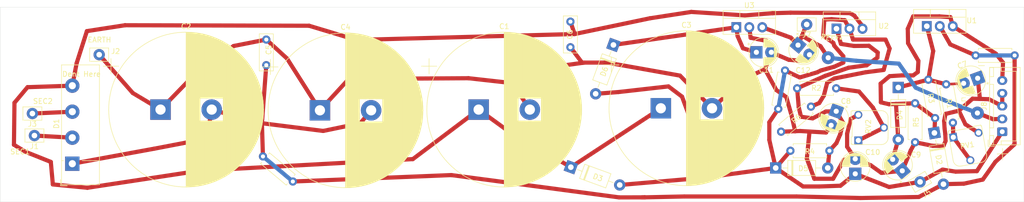
<source format=kicad_pcb>
(kicad_pcb (version 20171130) (host pcbnew "(5.1.2-1)-1")
  (layers (0 F.Cu signal) (31 B.Cu signal) (34 B.Paste user) (35 F.Paste user) (36 B.SilkS user) (37 F.SilkS user) (38 B.Mask user) (39 F.Mask user) (44 Edge.Cuts user))
  (net 0 "")
  (net 1 Earth)
  (net 2 "Net-(C1-Pad1)")
  (net 3 "Net-(C2-Pad2)")
  (net 4 "Net-(C7-Pad2)")
  (net 5 "Net-(C8-Pad1)")
  (net 6 /SEC1)
  (net 7 "Net-(D1-Pad3)")
  (net 8 "Net-(R1-Pad2)")
  (net 9 "Net-(R2-Pad2)")
  (net 10 +5V)
  (net 11 "Net-(C11-Pad1)")
  (net 12 -12V)
  (net 13 +12V)
  (module Connector_Wire:SolderWirePad_1x01_Drill1mm (layer F.Cu) (at 206.9 36.65)
    (fp_text reference REF** hide)
    (fp_text value SolderWirePad_1x01_Drill1mm)
    (pad 1 thru_hole circle (at 0 0) (size 2.49936 2.49936) (drill 1.00076) (layers *.Cu *.Mask) (net 10 +5V))
  )
  (module Connector_Wire:SolderWirePad_1x01_Drill1mm (layer F.Cu) (at 177.75 25.85 350)
    (fp_text reference REF** (at 0 -3.81 170) (layer F.SilkS))
    (fp_text value SolderWirePad_1x01_Drill1mm)
    (pad 1 thru_hole circle (at 0 0 350) (size 2.49936 2.49936) (drill 1.00076) (layers *.Cu *.Mask) (net 10 +5V))
  )
  (module Resistor_THT:R_Axial_DIN0207_L6.3mm_D2.5mm_P7.62mm_Horizontal (layer F.Cu) (at 206.55 25.4)
    (fp_text reference REF** hide)
    (fp_text value R_Axial_DIN0207_L6.3mm_D2.5mm_P7.62mm_Horizontal)
    (pad 2 thru_hole oval (at 7.62 0) (size 1.6 1.6) (drill 0.8) (layers *.Cu *.Mask) (net 3 "Net-(C2-Pad2)"))
    (pad 1 thru_hole circle (at 0 0) (size 1.6 1.6) (drill 0.8) (layers *.Cu *.Mask) (net 3 "Net-(C2-Pad2)"))
  )
  (module Connector_JST:JST_XH_B5B-XH-A_1x05_P2.50mm_Vertical (layer F.Cu) (at 211.75 40.3 90)
    (fp_text reference J8 (at 5 -3.55 90) (layer F.SilkS))
    (fp_text value Conn_01x05_Male)
    (pad 5 thru_hole oval (at 10 0 90) (size 1.7 1.95) (drill 0.95) (layers *.Cu *.Mask) (net 12 -12V))
    (pad 4 thru_hole oval (at 7.5 0 90) (size 1.7 1.95) (drill 0.95) (layers *.Cu *.Mask) (net 1 Earth))
    (pad 3 thru_hole oval (at 5 0 90) (size 1.7 1.95) (drill 0.95) (layers *.Cu *.Mask) (net 1 Earth))
    (pad 2 thru_hole oval (at 2.5 0 90) (size 1.7 1.95) (drill 0.95) (layers *.Cu *.Mask) (net 10 +5V))
    (pad 1 thru_hole roundrect (at 0 0 90) (size 1.7 1.95) (drill 0.95) (layers *.Cu *.Mask) (roundrect_rratio 0.147059) (net 13 +12V))
  )
  (module Capacitor_THT:CP_Radial_D5.0mm_P2.0mm_Bigger_Holes (layer F.Cu) (at 205 29.7 200)
    (fp_text reference C7 (at 0.1524 2.6416 20) (layer F.SilkS))
    (fp_text value 10uF)
    (pad 2 thru_hole circle (at 1.143 -0.8128 200) (size 2.4 2.4) (drill 1) (layers *.Cu *.Mask) (net 4 "Net-(C7-Pad2)"))
    (pad 1 thru_hole rect (at -1.778 -0.8128 200) (size 2.4 2.4) (drill 1) (layers *.Cu *.Mask) (net 1 Earth))
  )
  (module Capacitor_THT:CP_Radial_D5.0mm_P2.0mm_Bigger_Holes (layer F.Cu) (at 165.5 25.6)
    (fp_text reference C11 (at 0.1524 2.6416) (layer F.SilkS))
    (fp_text value 220u)
    (pad 2 thru_hole circle (at 1.143 -0.8128) (size 2.4 2.4) (drill 1) (layers *.Cu *.Mask) (net 1 Earth))
    (pad 1 thru_hole rect (at -1.778 -0.8128) (size 2.4 2.4) (drill 1) (layers *.Cu *.Mask) (net 11 "Net-(C11-Pad1)"))
  )
  (module Connector_Pin:Pin_D1.1mm_L10.2mm_W3.5mm_Flat (layer F.Cu) (at 173.55 19.35)
    (fp_text reference J7 (at 0 2.05) (layer F.SilkS))
    (fp_text value 5V_Conn)
    (pad 1 thru_hole circle (at 0 0) (size 2.2 2.2) (drill 1.1) (layers *.Cu *.Mask) (net 10 +5V))
  )
  (module Package_TO_SOT_THT:TO-220-3_Vertical (layer F.Cu) (at 159.8 19.9)
    (fp_text reference U3 (at 2.54 -4.27) (layer F.SilkS))
    (fp_text value LM7805_TO220)
    (pad 3 thru_hole oval (at 5.08 0) (size 1.905 2) (drill 1.1) (layers *.Cu *.Mask) (net 10 +5V))
    (pad 2 thru_hole oval (at 2.54 0) (size 1.905 2) (drill 1.1) (layers *.Cu *.Mask) (net 1 Earth))
    (pad 1 thru_hole rect (at 0 0) (size 1.905 2) (drill 1.1) (layers *.Cu *.Mask) (net 11 "Net-(C11-Pad1)"))
  )
  (module Diode_THT:D_DO-41_SOD81_P10.16mm_Horizontal (layer F.Cu) (at 135.8 23.35 250)
    (fp_text reference D6 (at 5.502038 -0.087058 70) (layer F.SilkS))
    (fp_text value 1N4002)
    (pad 2 thru_hole oval (at 10.16 0 250) (size 2.2 2.2) (drill 1.1) (layers *.Cu *.Mask) (net 13 +12V))
    (pad 1 thru_hole rect (at 0 0 250) (size 2.2 2.2) (drill 1.1) (layers *.Cu *.Mask) (net 11 "Net-(C11-Pad1)"))
  )
  (module Capacitor_THT:CP_Radial_D5.0mm_P2.0mm_Bigger_Holes (layer F.Cu) (at 172.7 25.15 320)
    (fp_text reference C12 (at 2.139688 2.316622 180) (layer F.SilkS))
    (fp_text value 1u)
    (pad 2 thru_hole circle (at 1.143 -0.8128 320) (size 2.4 2.4) (drill 1) (layers *.Cu *.Mask) (net 1 Earth))
    (pad 1 thru_hole rect (at -1.778 -0.8128 320) (size 2.4 2.4) (drill 1) (layers *.Cu *.Mask) (net 10 +5V))
  )
  (module Capacitor_THT:CP_Radial_D5.0mm_P2.0mm_Bigger_Holes (layer F.Cu) (at 183.85 46.75 90)
    (fp_text reference C10 (at 2.45 2.6 180) (layer F.SilkS))
    (fp_text value 1uF)
    (pad 2 thru_hole circle (at 1.143 -0.8128 90) (size 2.4 2.4) (drill 1) (layers *.Cu *.Mask) (net 1 Earth))
    (pad 1 thru_hole rect (at -1.778 -0.8128 90) (size 2.4 2.4) (drill 1) (layers *.Cu *.Mask) (net 13 +12V))
  )
  (module Capacitor_THT:CP_Radial_D5.0mm_P2.0mm_Bigger_Holes (layer F.Cu) (at 191.7 46.05 130)
    (fp_text reference C9 (at -1.099365 3.254827 180) (layer F.SilkS))
    (fp_text value 1uF)
    (pad 2 thru_hole circle (at 1.143 -0.8128 130) (size 2.4 2.4) (drill 1) (layers *.Cu *.Mask) (net 12 -12V))
    (pad 1 thru_hole rect (at -1.778 -0.8128 130) (size 2.4 2.4) (drill 1) (layers *.Cu *.Mask) (net 1 Earth))
  )
  (module Capacitor_THT:CP_Radial_D5.0mm_P2.0mm_Bigger_Holes (layer F.Cu) (at 177.95 37.7 250)
    (fp_text reference C8 (at -4.259536 -1.908234 180) (layer F.SilkS))
    (fp_text value 10uF)
    (pad 2 thru_hole circle (at 1.143 -0.8128 250) (size 2.4 2.4) (drill 1) (layers *.Cu *.Mask) (net 1 Earth))
    (pad 1 thru_hole rect (at -1.778 -0.8128 250) (size 2.4 2.4) (drill 1) (layers *.Cu *.Mask) (net 5 "Net-(C8-Pad1)"))
  )
  (module MountingHole:MountingHole_3.5mm (layer F.Cu) (at 20 20)
    (fp_text reference REF** hide)
    (fp_text value MountingHole_3.5mm)
    (pad 1 np_thru_hole circle (at 0 0) (size 3.5 3.5) (drill 3.5) (layers *.Cu *.Mask))
  )
  (module MountingHole:MountingHole_3.5mm (layer F.Cu) (at 20 50)
    (fp_text reference REF** hide)
    (fp_text value MountingHole_3.5mm)
    (pad 1 np_thru_hole circle (at 0 0) (size 3.5 3.5) (drill 3.5) (layers *.Cu *.Mask))
  )
  (module MountingHole:MountingHole_3.5mm (layer F.Cu) (at 212 50)
    (fp_text reference REF** hide)
    (fp_text value MountingHole_3.5mm)
    (pad 1 np_thru_hole circle (at 0 0) (size 3.5 3.5) (drill 3.5) (layers *.Cu *.Mask))
  )
  (module MountingHole:MountingHole_3.5mm (layer F.Cu) (at 212 20)
    (fp_text reference REF** hide)
    (fp_text value MountingHole_3.5mm)
    (pad 1 np_thru_hole circle (at 0 0) (size 3.5 3.5) (drill 3.5) (layers *.Cu *.Mask))
  )
  (module Capacitor_THT:C_Rect_L7.0mm_W2.5mm_P5.00mm (layer F.Cu) (at 127.4 18.8 270)
    (fp_text reference C6 (at 2.49 0.1 90) (layer F.SilkS))
    (fp_text value 0.1uF)
    (pad 2 thru_hole circle (at 5 0 270) (size 1.6 1.6) (drill 0.8) (layers *.Cu *.Mask) (net 1 Earth))
    (pad 1 thru_hole circle (at 0 0 270) (size 1.6 1.6) (drill 0.8) (layers *.Cu *.Mask) (net 2 "Net-(C1-Pad1)"))
  )
  (module Capacitor_THT:C_Rect_L7.0mm_W2.5mm_P5.00mm (layer F.Cu) (at 67.99 22.3 270)
    (fp_text reference C5 (at 2.01 -0.48 90) (layer F.SilkS))
    (fp_text value 0.1uF)
    (pad 2 thru_hole circle (at 5 0 270) (size 1.6 1.6) (drill 0.8) (layers *.Cu *.Mask) (net 3 "Net-(C2-Pad2)"))
    (pad 1 thru_hole circle (at 0 0 270) (size 1.6 1.6) (drill 0.8) (layers *.Cu *.Mask) (net 1 Earth))
  )
  (module Resistor_THT:R_Axial_DIN0207_L6.3mm_D2.5mm_P7.62mm_Horizontal (layer F.Cu) (at 168 35.85 80)
    (fp_text reference REF** hide)
    (fp_text value BRIDGE)
    (pad 2 thru_hole oval (at 7.62 0 80) (size 1.6 1.6) (drill 0.8) (layers *.Cu *.Mask) (net 13 +12V))
    (pad 1 thru_hole circle (at 0 0 80) (size 1.6 1.6) (drill 0.8) (layers *.Cu *.Mask) (net 13 +12V))
  )
  (module Resistor_THT:R_Axial_DIN0207_L6.3mm_D2.5mm_P7.62mm_Horizontal (layer F.Cu) (at 67.34 45.13 320)
    (fp_text reference REF** hide)
    (fp_text value R_Axial_DIN0207_L6.3mm_D2.5mm_P7.62mm_Horizontal)
    (pad 2 thru_hole oval (at 7.620001 0 320) (size 1.6 1.6) (drill 0.8) (layers *.Cu *.Mask) (net 3 "Net-(C2-Pad2)"))
    (pad 1 thru_hole circle (at 0 0 320) (size 1.6 1.6) (drill 0.8) (layers *.Cu *.Mask) (net 3 "Net-(C2-Pad2)"))
  )
  (module Package_TO_SOT_THT:TO-220-3_Vertical (layer F.Cu) (at 179.37 20.18)
    (fp_text reference U2 (at 9.22 -0.52) (layer F.SilkS))
    (fp_text value LM317_3PinPackage)
    (pad 3 thru_hole oval (at 5.08 0) (size 1.905 2) (drill 1.1) (layers *.Cu *.Mask) (net 2 "Net-(C1-Pad1)"))
    (pad 2 thru_hole oval (at 2.54 0) (size 1.905 2) (drill 1.1) (layers *.Cu *.Mask) (net 13 +12V))
    (pad 1 thru_hole rect (at 0 0) (size 1.905 2) (drill 1.1) (layers *.Cu *.Mask) (net 5 "Net-(C8-Pad1)"))
  )
  (module Package_TO_SOT_THT:TO-220-3_Vertical (layer F.Cu) (at 197.01 19.69)
    (fp_text reference U1 (at 8.77 -1.11) (layer F.SilkS))
    (fp_text value LM337_TO220)
    (pad 3 thru_hole oval (at 5.08 0) (size 1.905 2) (drill 1.1) (layers *.Cu *.Mask) (net 12 -12V))
    (pad 2 thru_hole oval (at 2.54 0) (size 1.905 2) (drill 1.1) (layers *.Cu *.Mask) (net 3 "Net-(C2-Pad2)"))
    (pad 1 thru_hole rect (at 0 0) (size 1.905 2) (drill 1.1) (layers *.Cu *.Mask) (net 4 "Net-(C7-Pad2)"))
  )
  (module Potentiometer_THT:Potentiometer_Runtron_RM-065_Vertical (layer F.Cu) (at 183.64 42 90)
    (fp_text reference RV2 (at 2.71 1.96 90) (layer F.SilkS))
    (fp_text value 2k)
    (pad 2 thru_hole circle (at 2.5 5 90) (size 1.55 1.55) (drill 1) (layers *.Cu *.Mask) (net 9 "Net-(R2-Pad2)"))
    (pad 1 thru_hole rect (at 0 0 90) (size 1.55 1.55) (drill 1) (layers *.Cu *.Mask) (net 9 "Net-(R2-Pad2)"))
    (pad 3 thru_hole circle (at 5 0 90) (size 1.55 1.55) (drill 1) (layers *.Cu *.Mask) (net 1 Earth))
  )
  (module Potentiometer_THT:Potentiometer_Runtron_RM-065_Vertical (layer F.Cu) (at 202.19 41.38 10)
    (fp_text reference RV1 (at 2.422273 2.04164 10) (layer F.SilkS))
    (fp_text value 2k)
    (pad 2 thru_hole circle (at 2.5 5 10) (size 1.55 1.55) (drill 1) (layers *.Cu *.Mask) (net 8 "Net-(R1-Pad2)"))
    (pad 1 thru_hole rect (at 0 0 10) (size 1.55 1.55) (drill 1) (layers *.Cu *.Mask) (net 8 "Net-(R1-Pad2)"))
    (pad 3 thru_hole circle (at 5 0 10) (size 1.55 1.55) (drill 1) (layers *.Cu *.Mask) (net 1 Earth))
  )
  (module Resistor_THT:R_Axial_DIN0207_L6.3mm_D2.5mm_P7.62mm_Horizontal (layer F.Cu) (at 174.39 35.4 220)
    (fp_text reference R6 (at 3.728382 0.021615 40) (layer F.SilkS))
    (fp_text value 4.7k)
    (pad 2 thru_hole oval (at 7.62 0 220) (size 1.6 1.6) (drill 0.8) (layers *.Cu *.Mask) (net 1 Earth))
    (pad 1 thru_hole circle (at 0 0 220) (size 1.6 1.6) (drill 0.8) (layers *.Cu *.Mask) (net 13 +12V))
  )
  (module Resistor_THT:R_Axial_DIN0207_L6.3mm_D2.5mm_P7.62mm_Horizontal (layer F.Cu) (at 194.73 34.74 270)
    (fp_text reference R5 (at 3.71 -0.19 90) (layer F.SilkS))
    (fp_text value 4.7k)
    (pad 2 thru_hole oval (at 7.62 0 270) (size 1.6 1.6) (drill 0.8) (layers *.Cu *.Mask) (net 1 Earth))
    (pad 1 thru_hole circle (at 0 0 270) (size 1.6 1.6) (drill 0.8) (layers *.Cu *.Mask) (net 12 -12V))
  )
  (module Resistor_THT:R_Axial_DIN0207_L6.3mm_D2.5mm_P7.62mm_Horizontal (layer F.Cu) (at 170.37 44.02)
    (fp_text reference R4 (at 3.8 0.15) (layer F.SilkS))
    (fp_text value 240)
    (pad 2 thru_hole oval (at 7.62 0) (size 1.6 1.6) (drill 0.8) (layers *.Cu *.Mask) (net 5 "Net-(C8-Pad1)"))
    (pad 1 thru_hole circle (at 0 0) (size 1.6 1.6) (drill 0.8) (layers *.Cu *.Mask) (net 13 +12V))
  )
  (module Resistor_THT:R_Axial_DIN0207_L6.3mm_D2.5mm_P7.62mm_Horizontal (layer F.Cu) (at 198.63 37.64 100)
    (fp_text reference R3 (at 3.953598 -0.135524 100) (layer F.SilkS))
    (fp_text value 240)
    (pad 2 thru_hole oval (at 7.62 0 100) (size 1.6 1.6) (drill 0.8) (layers *.Cu *.Mask) (net 4 "Net-(C7-Pad2)"))
    (pad 1 thru_hole circle (at 0 0 100) (size 1.6 1.6) (drill 0.8) (layers *.Cu *.Mask) (net 12 -12V))
  )
  (module Resistor_THT:R_Axial_DIN0207_L6.3mm_D2.5mm_P7.62mm_Horizontal (layer F.Cu) (at 171.69 31.82)
    (fp_text reference R2 (at 3.75 -0.05) (layer F.SilkS))
    (fp_text value 1k)
    (pad 2 thru_hole oval (at 7.62 0) (size 1.6 1.6) (drill 0.8) (layers *.Cu *.Mask) (net 9 "Net-(R2-Pad2)"))
    (pad 1 thru_hole circle (at 0 0) (size 1.6 1.6) (drill 0.8) (layers *.Cu *.Mask) (net 5 "Net-(C8-Pad1)"))
  )
  (module Resistor_THT:R_Axial_DIN0207_L6.3mm_D2.5mm_P7.62mm_Horizontal (layer F.Cu) (at 200.79 31.04 280)
    (fp_text reference R1 (at 3.818651 0.053921 100) (layer F.SilkS))
    (fp_text value 1k)
    (pad 2 thru_hole oval (at 7.62 0 280) (size 1.6 1.6) (drill 0.8) (layers *.Cu *.Mask) (net 8 "Net-(R1-Pad2)"))
    (pad 1 thru_hole circle (at 0 0 280) (size 1.6 1.6) (drill 0.8) (layers *.Cu *.Mask) (net 4 "Net-(C7-Pad2)"))
  )
  (module Connector_Pin:Pin_D1.1mm_L10.2mm_W3.5mm_Flat (layer F.Cu) (at 195.7 50.1 30)
    (fp_text reference J5 (at -0.01 2.64 30) (layer F.SilkS))
    (fp_text value +V_Conn)
    (pad 1 thru_hole circle (at 0 0 30) (size 2.2 2.2) (drill 1.1) (layers *.Cu *.Mask) (net 13 +12V))
  )
  (module Connector_Pin:Pin_D1.1mm_L10.2mm_W3.5mm_Flat (layer F.Cu) (at 22.3 36.75)
    (fp_text reference J3 (at 0 2.05) (layer F.SilkS))
    (fp_text value Conn_01x01_Female)
    (pad 1 thru_hole circle (at 0 0) (size 2.2 2.2) (drill 1.1) (layers *.Cu *.Mask) (net 7 "Net-(D1-Pad3)"))
  )
  (module Connector_Pin:Pin_D1.1mm_L10.2mm_W3.5mm_Flat (layer F.Cu) (at 35.35 25.25)
    (fp_text reference J2 (at 3.2 -0.65) (layer F.SilkS))
    (fp_text value Conn_01x01_Female)
    (pad 1 thru_hole circle (at 0 0) (size 2.2 2.2) (drill 1.1) (layers *.Cu *.Mask) (net 1 Earth))
  )
  (module Connector_Pin:Pin_D1.1mm_L10.2mm_W3.5mm_Flat (layer F.Cu) (at 22.7 41.05)
    (fp_text reference J1 (at -0.02 2.12) (layer F.SilkS))
    (fp_text value Conn_01x01_Female)
    (pad 1 thru_hole circle (at 0 0) (size 2.2 2.2) (drill 1.1) (layers *.Cu *.Mask) (net 6 /SEC1))
  )
  (module Diode_THT:D_DO-41_SOD81_P10.16mm_Horizontal (layer F.Cu) (at 167.5 47.38)
    (fp_text reference D5 (at 5.39 0.1) (layer F.SilkS))
    (fp_text value 1N4002)
    (pad 2 thru_hole oval (at 10.16 0) (size 2.2 2.2) (drill 1.1) (layers *.Cu *.Mask) (net 5 "Net-(C8-Pad1)"))
    (pad 1 thru_hole rect (at 0 0) (size 2.2 2.2) (drill 1.1) (layers *.Cu *.Mask) (net 13 +12V))
  )
  (module Diode_THT:D_DO-41_SOD81_P10.16mm_Horizontal (layer F.Cu) (at 191.44 31.66 270)
    (fp_text reference D4 (at 5.38 -0.29 90) (layer F.SilkS))
    (fp_text value 1N4002)
    (pad 2 thru_hole oval (at 10.16 0 270) (size 2.2 2.2) (drill 1.1) (layers *.Cu *.Mask) (net 12 -12V))
    (pad 1 thru_hole rect (at 0 0 270) (size 2.2 2.2) (drill 1.1) (layers *.Cu *.Mask) (net 4 "Net-(C7-Pad2)"))
  )
  (module Diode_THT:D_DO-41_SOD81_P10.16mm_Horizontal (layer F.Cu) (at 127.48 47.23 340)
    (fp_text reference D3 (at 5.652458 0.092313 160) (layer F.SilkS))
    (fp_text value 1N4002)
    (pad 2 thru_hole oval (at 10.16 0 340) (size 2.2 2.2) (drill 1.1) (layers *.Cu *.Mask) (net 13 +12V))
    (pad 1 thru_hole rect (at 0 0 340) (size 2.2 2.2) (drill 1.1) (layers *.Cu *.Mask) (net 2 "Net-(C1-Pad1)"))
  )
  (module Diode_THT:D_DO-41_SOD81_P10.16mm_Horizontal (layer F.Cu) (at 198.5 40.54 280)
    (fp_text reference D2 (at 5.301618 0.051397 100) (layer F.SilkS))
    (fp_text value 1N4002)
    (pad 2 thru_hole oval (at 10.16 0 280) (size 2.2 2.2) (drill 1.1) (layers *.Cu *.Mask) (net 3 "Net-(C2-Pad2)"))
    (pad 1 thru_hole rect (at 0 0 280) (size 2.2 2.2) (drill 1.1) (layers *.Cu *.Mask) (net 12 -12V))
  )
  (module Diode_THT:Diode_Bridge_Vishay_KBU (layer F.Cu) (at 30.1 46.55 90)
    (fp_text reference D1 (at 7.8 -3.1 90) (layer F.SilkS))
    (fp_text value KBU401)
    (pad 1 thru_hole rect (at 0 0 90) (size 2.8 2.8) (drill 1.4) (layers *.Cu *.Mask) (net 3 "Net-(C2-Pad2)"))
    (pad 2 thru_hole circle (at 5.08 0 90) (size 2.8 2.8) (drill 1.4) (layers *.Cu *.Mask) (net 6 /SEC1))
    (pad 3 thru_hole circle (at 10.16 0 90) (size 2.8 2.8) (drill 1.4) (layers *.Cu *.Mask) (net 7 "Net-(D1-Pad3)"))
    (pad 4 thru_hole circle (at 15.24 0 90) (size 2.8 2.8) (drill 1.4) (layers *.Cu *.Mask) (net 2 "Net-(C1-Pad1)"))
  )
  (module Capacitor_THT:CP_Radial_D30.0mm_P10.00mm_SnapIn (layer F.Cu) (at 78.47 36.12)
    (fp_text reference C4 (at 5 -16.25) (layer F.SilkS))
    (fp_text value 10000uF)
    (pad 2 thru_hole circle (at 10 0) (size 4 4) (drill 2) (layers *.Cu *.Mask) (net 3 "Net-(C2-Pad2)"))
    (pad 1 thru_hole rect (at 0 0) (size 4 4) (drill 2) (layers *.Cu *.Mask) (net 1 Earth))
  )
  (module Capacitor_THT:CP_Radial_D30.0mm_P10.00mm_SnapIn (layer F.Cu) (at 145.06 35.72)
    (fp_text reference C3 (at 5 -16.25) (layer F.SilkS))
    (fp_text value 10000uF)
    (pad 2 thru_hole circle (at 10 0) (size 4 4) (drill 2) (layers *.Cu *.Mask) (net 1 Earth))
    (pad 1 thru_hole rect (at 0 0) (size 4 4) (drill 2) (layers *.Cu *.Mask) (net 2 "Net-(C1-Pad1)"))
  )
  (module Capacitor_THT:CP_Radial_D30.0mm_P10.00mm_SnapIn (layer F.Cu) (at 47.33 35.98)
    (fp_text reference C2 (at 5 -16.25) (layer F.SilkS))
    (fp_text value 10000uF)
    (pad 2 thru_hole circle (at 10 0) (size 4 4) (drill 2) (layers *.Cu *.Mask) (net 3 "Net-(C2-Pad2)"))
    (pad 1 thru_hole rect (at 0 0) (size 4 4) (drill 2) (layers *.Cu *.Mask) (net 1 Earth))
  )
  (module Capacitor_THT:CP_Radial_D30.0mm_P10.00mm_SnapIn (layer F.Cu) (at 109.47 35.98)
    (fp_text reference C1 (at 5 -16.25) (layer F.SilkS))
    (fp_text value 10000uF)
    (pad 2 thru_hole circle (at 10 0) (size 4 4) (drill 2) (layers *.Cu *.Mask) (net 1 Earth))
    (pad 1 thru_hole rect (at 0 0) (size 4 4) (drill 2) (layers *.Cu *.Mask) (net 2 "Net-(C1-Pad1)"))
  )
  (gr_line (start 208.3 27.4) (end 207.1 27.4) (layer F.SilkS) (width 0.12))
  (gr_line (start 204.05 35.2) (end 203.95 34.85) (layer F.SilkS) (width 0.12))
  (gr_line (start 204.45 35.3) (end 204.05 35.2) (layer F.SilkS) (width 0.12))
  (gr_line (start 204.6 34.95) (end 204.45 35.3) (layer F.SilkS) (width 0.12))
  (gr_line (start 204.55 34.25) (end 204.6 34.95) (layer F.SilkS) (width 0.12))
  (gr_line (start 203.85 34.3) (end 204.55 34.25) (layer F.SilkS) (width 0.12))
  (gr_line (start 203.85 33.7) (end 203.85 34.3) (layer F.SilkS) (width 0.12))
  (gr_line (start 204.55 33.65) (end 203.85 33.7) (layer F.SilkS) (width 0.12))
  (gr_line (start 210.75 44.65) (end 212.95 44.6) (layer F.SilkS) (width 0.12))
  (gr_line (start 211.8 43.55) (end 211.8 45.8) (layer F.SilkS) (width 0.12))
  (gr_text "Dent Here" (at 31.9 29.05) (layer F.SilkS) (effects (font (size 1 1))))
  (gr_text SEC2 (at 24.35 34.35) (layer F.SilkS) (effects (font (size 1 1))))
  (gr_text SEC1 (at 19.9 44.2) (layer F.SilkS) (effects (font (size 1 1))))
  (gr_text EARTH (at 35.4 22.35) (layer F.SilkS) (effects (font (size 1 1))))
  (gr_line (start 216 16) (end 16 16) (layer Edge.Cuts) (width 0.05))
  (gr_line (start 216 54) (end 216 16) (layer Edge.Cuts) (width 0.05))
  (gr_line (start 16 54) (end 216 54) (layer Edge.Cuts) (width 0.05))
  (gr_line (start 16 16) (end 16 54) (layer Edge.Cuts) (width 0.05))
  (segment (start 47.33 35.98) (end 41.91 32.74) (width 0.8128) (layer F.Cu) (net 1))
  (segment (start 47.33 35.98) (end 52.57 30.59) (width 0.8128) (layer F.Cu) (net 1))
  (segment (start 52.57 30.59) (end 61.6 23.56) (width 0.8128) (layer F.Cu) (net 1))
  (segment (start 78.47 36.12) (end 72.04 26) (width 0.8128) (layer F.Cu) (net 1))
  (segment (start 78.47 36.12) (end 84.1 30) (width 0.8128) (layer F.Cu) (net 1))
  (segment (start 84.1 30) (end 107.49 29.85) (width 0.8128) (layer F.Cu) (net 1))
  (segment (start 107.49 29.85) (end 116.08 30.81) (width 0.8128) (layer F.Cu) (net 1))
  (segment (start 116.08 30.81) (end 119.47 35.98) (width 0.8128) (layer F.Cu) (net 1))
  (segment (start 116.08 30.81) (end 123.63 27.7) (width 0.8128) (layer F.Cu) (net 1))
  (segment (start 155.06 35.72) (end 148.8 29.34) (width 0.8128) (layer F.Cu) (net 1))
  (segment (start 193.88 43.95) (end 194.73 42.36) (width 0.8128) (layer F.Cu) (net 1))
  (segment (start 178.71 49.49) (end 175.04 49.49) (width 0.8128) (layer F.Cu) (net 1))
  (segment (start 175.04 49.49) (end 173.58 45.55) (width 0.8128) (layer F.Cu) (net 1))
  (segment (start 173.58 45.55) (end 174.101285 40.268715) (width 0.8128) (layer F.Cu) (net 1))
  (segment (start 174.101285 40.268715) (end 172.263807 40.160458) (width 0.8128) (layer F.Cu) (net 1))
  (segment (start 177.33495 40.459232) (end 174.101285 40.268715) (width 0.8128) (layer F.Cu) (net 1))
  (segment (start 203.27 36.2) (end 200.67 36.82) (width 0.8128) (layer F.Cu) (net 1))
  (segment (start 200.67 36.82) (end 200.4 38.19) (width 0.8128) (layer F.Cu) (net 1))
  (segment (start 200.4 38.19) (end 200.48 39.59) (width 0.8128) (layer F.Cu) (net 1))
  (segment (start 200.48 39.59) (end 200.63 40.85) (width 0.8128) (layer F.Cu) (net 1))
  (segment (start 200.63 40.85) (end 200.68 42.1) (width 0.8128) (layer F.Cu) (net 1))
  (segment (start 200.68 42.1) (end 200.28 43.06) (width 0.8128) (layer F.Cu) (net 1))
  (segment (start 200.28 43.06) (end 198.19 43.06) (width 0.8128) (layer F.Cu) (net 1))
  (segment (start 198.19 43.06) (end 194.73 42.36) (width 0.8128) (layer F.Cu) (net 1))
  (segment (start 181.45 43.24) (end 181.45 40.67) (width 0.8128) (layer F.Cu) (net 1))
  (segment (start 182.16 37.8) (end 183.64 37) (width 0.8128) (layer F.Cu) (net 1))
  (segment (start 167.62 32.16) (end 169.58 33.55) (width 0.8128) (layer F.Cu) (net 1))
  (segment (start 169.58 33.55) (end 170.59 37.1) (width 0.8128) (layer F.Cu) (net 1))
  (segment (start 170.59 37.1) (end 171.296327 40.196327) (width 0.8128) (layer F.Cu) (net 1))
  (segment (start 171.296327 40.196327) (end 172.263807 40.160458) (width 0.8128) (layer F.Cu) (net 1))
  (segment (start 168.552741 40.298042) (end 171.296327 40.196327) (width 0.8128) (layer F.Cu) (net 1))
  (segment (start 61.6 23.56) (end 67.99 22.3) (width 0.8128) (layer F.Cu) (net 1))
  (segment (start 67.99 22.3) (end 72.04 26) (width 0.8128) (layer F.Cu) (net 1))
  (segment (start 134.55 26.8) (end 148.8 29.34) (width 0.8128) (layer F.Cu) (net 1))
  (segment (start 178.322853 39.052063) (end 177.33495 40.459232) (width 0.8128) (layer F.Cu) (net 1))
  (segment (start 181.533296 40.333296) (end 182.16 37.8) (width 0.8128) (layer F.Cu) (net 1))
  (segment (start 181.45 40.67) (end 181.533296 40.333296) (width 0.8128) (layer F.Cu) (net 1))
  (segment (start 183.0372 45.607) (end 181.45 43.24) (width 0.8128) (layer F.Cu) (net 1))
  (segment (start 178.71 49.49) (end 179.95 47.35) (width 0.8128) (layer F.Cu) (net 1))
  (segment (start 179.95 47.35) (end 180.8 45.8) (width 0.8128) (layer F.Cu) (net 1))
  (segment (start 180.8 45.8) (end 183.0372 45.607) (width 0.8128) (layer F.Cu) (net 1))
  (segment (start 183.0372 45.607) (end 186.05 46.85) (width 0.8128) (layer F.Cu) (net 1))
  (segment (start 186.05 46.85) (end 188.15 48.35) (width 0.8128) (layer F.Cu) (net 1))
  (segment (start 188.15 48.35) (end 192.220235 47.934485) (width 0.8128) (layer F.Cu) (net 1))
  (segment (start 193.88 43.95) (end 192.220235 47.934485) (width 0.8128) (layer F.Cu) (net 1))
  (segment (start 162.6 21.95) (end 162.34 19.9) (width 0.8128) (layer F.Cu) (net 1))
  (segment (start 166.643 24.7872) (end 165.7 22.55) (width 0.8128) (layer F.Cu) (net 1))
  (segment (start 165.7 22.55) (end 162.6 21.95) (width 0.8128) (layer F.Cu) (net 1))
  (segment (start 161.40967 29.95967) (end 165.4 28.1) (width 0.8128) (layer F.Cu) (net 1))
  (segment (start 155.06 35.72) (end 161.40967 29.95967) (width 0.8128) (layer F.Cu) (net 1))
  (segment (start 165.4 28.1) (end 166.643 24.7872) (width 0.8128) (layer F.Cu) (net 1))
  (segment (start 167.62 32.16) (end 165.4 28.1) (width 0.8128) (layer F.Cu) (net 1))
  (segment (start 174.098047 25.262065) (end 172.6 26.45) (width 0.8128) (layer F.Cu) (net 1))
  (segment (start 172.6 26.45) (end 170.05 26.25) (width 0.8128) (layer F.Cu) (net 1))
  (segment (start 170.05 26.25) (end 166.643 24.7872) (width 0.8128) (layer F.Cu) (net 1))
  (segment (start 134.55 26.8) (end 130.1 26.8) (width 0.8128) (layer F.Cu) (net 1))
  (segment (start 129.704952 26.854952) (end 130.1 26.8) (width 0.8128) (layer F.Cu) (net 1))
  (segment (start 127.4 23.8) (end 129.704952 26.854952) (width 0.8128) (layer F.Cu) (net 1))
  (segment (start 123.63 27.7) (end 129.704952 26.854952) (width 0.8128) (layer F.Cu) (net 1))
  (segment (start 41.91 32.74) (end 35.35 25.25) (width 0.8128) (layer F.Cu) (net 1))
  (segment (start 211.75 32.8) (end 211.75 35.3) (width 0.8128) (layer F.Cu) (net 1))
  (segment (start 211.75 35.3) (end 209.15 33.95) (width 0.8128) (layer F.Cu) (net 1))
  (segment (start 205.95 33.85) (end 203.27 36.2) (width 0.8128) (layer F.Cu) (net 1))
  (segment (start 206.948767 29.85567) (end 207.395161 33.895161) (width 0.8128) (layer F.Cu) (net 1))
  (segment (start 207.395161 33.895161) (end 205.95 33.85) (width 0.8128) (layer F.Cu) (net 1))
  (segment (start 209.15 33.95) (end 207.395161 33.895161) (width 0.8128) (layer F.Cu) (net 1))
  (segment (start 207.114039 40.511759) (end 204.55 38.85) (width 0.8128) (layer F.Cu) (net 1))
  (segment (start 204.55 38.85) (end 203.27 36.2) (width 0.8128) (layer F.Cu) (net 1))
  (segment (start 127.48 47.23) (end 114.69 39.76) (width 0.8128) (layer F.Cu) (net 2))
  (segment (start 114.69 39.76) (end 109.47 35.98) (width 0.8128) (layer F.Cu) (net 2))
  (segment (start 55.04 47.91) (end 96.62 45.65) (width 0.8128) (layer F.Cu) (net 2))
  (segment (start 96.62 45.65) (end 109.47 35.98) (width 0.8128) (layer F.Cu) (net 2))
  (segment (start 128.22 21.22) (end 85.55 22.37) (width 0.8128) (layer F.Cu) (net 2))
  (segment (start 184.2 19.34) (end 182.85 17.62) (width 0.8128) (layer F.Cu) (net 2))
  (segment (start 182.85 17.62) (end 182 17.14) (width 0.8128) (layer F.Cu) (net 2))
  (segment (start 166.9 17.15) (end 170.4 17.05) (width 0.8128) (layer F.Cu) (net 2))
  (segment (start 179.95 17.1) (end 182 17.14) (width 0.8128) (layer F.Cu) (net 2))
  (segment (start 179.95 17.1) (end 170.4 17.05) (width 0.8128) (layer F.Cu) (net 2))
  (segment (start 161.479 17.579) (end 151 16.9) (width 0.8128) (layer F.Cu) (net 2))
  (segment (start 161.479 17.579) (end 166.9 17.15) (width 0.8128) (layer F.Cu) (net 2))
  (segment (start 151 16.9) (end 142.9 18.15) (width 0.8128) (layer F.Cu) (net 2))
  (segment (start 127.48 47.23) (end 145.06 35.72) (width 0.8128) (layer F.Cu) (net 2))
  (segment (start 142.9 18.15) (end 128.22 21.22) (width 0.8128) (layer F.Cu) (net 2))
  (segment (start 127.4 18.8) (end 128.22 21.22) (width 0.8128) (layer F.Cu) (net 2))
  (segment (start 30.1 31.31) (end 21.35 31.6) (width 0.8128) (layer F.Cu) (net 2))
  (segment (start 21.35 31.6) (end 18.8 34.65) (width 0.8128) (layer F.Cu) (net 2))
  (segment (start 18.8 34.65) (end 18.7 42.85) (width 0.8128) (layer F.Cu) (net 2))
  (segment (start 18.7 42.85) (end 20.9 44.2) (width 0.8128) (layer F.Cu) (net 2))
  (segment (start 20.9 44.2) (end 25.9 46.2) (width 0.8128) (layer F.Cu) (net 2))
  (segment (start 25.9 46.2) (end 26.3 50.6) (width 0.8128) (layer F.Cu) (net 2))
  (segment (start 26.3 50.6) (end 33.05 51.25) (width 0.8128) (layer F.Cu) (net 2))
  (segment (start 33.05 51.25) (end 55.04 47.91) (width 0.8128) (layer F.Cu) (net 2))
  (segment (start 85.55 22.37) (end 76.35 19.6) (width 0.8128) (layer F.Cu) (net 2))
  (segment (start 76.35 19.6) (end 40.4 19.5) (width 0.8128) (layer F.Cu) (net 2))
  (segment (start 40.4 19.5) (end 32.95 20.65) (width 0.8128) (layer F.Cu) (net 2))
  (segment (start 32.95 20.65) (end 30.95 26.9) (width 0.8128) (layer F.Cu) (net 2))
  (segment (start 30.95 26.9) (end 30.1 31.31) (width 0.8128) (layer F.Cu) (net 2))
  (segment (start 57.33 35.98) (end 66.47 38.56) (width 0.8128) (layer F.Cu) (net 3))
  (segment (start 79.11 40.15) (end 86.35 38.65) (width 0.8128) (layer F.Cu) (net 3))
  (segment (start 86.35 38.65) (end 88.47 36.12) (width 0.8128) (layer F.Cu) (net 3))
  (segment (start 46.18 43.6) (end 56.34 41.65) (width 0.8128) (layer F.Cu) (net 3))
  (segment (start 56.34 41.65) (end 57.33 35.98) (width 0.8128) (layer F.Cu) (net 3))
  (segment (start 67.34 45.13) (end 67.136198 38.643802) (width 0.8128) (layer F.Cu) (net 3))
  (segment (start 67.136198 38.643802) (end 79.11 40.15) (width 0.8128) (layer F.Cu) (net 3))
  (segment (start 66.47 38.56) (end 67.136198 38.643802) (width 0.8128) (layer F.Cu) (net 3))
  (segment (start 73.177259 50.028042) (end 104.13 48.77) (width 0.8128) (layer F.Cu) (net 3))
  (segment (start 104.13 48.77) (end 136.93 53.13) (width 0.8128) (layer F.Cu) (net 3))
  (segment (start 73.177259 50.028042) (end 67.34 45.13) (width 0.8128) (layer B.Cu) (net 3))
  (segment (start 67.99 27.3) (end 67.136198 38.643802) (width 0.8128) (layer F.Cu) (net 3))
  (segment (start 149.65 52.95) (end 171.55 52.95) (width 0.8128) (layer F.Cu) (net 3))
  (segment (start 141.918284 53.118284) (end 136.93 53.13) (width 0.8128) (layer F.Cu) (net 3))
  (segment (start 141.38 53.13) (end 141.918284 53.118284) (width 0.8128) (layer F.Cu) (net 3))
  (segment (start 141.918284 53.118284) (end 149.65 52.95) (width 0.8128) (layer F.Cu) (net 3))
  (segment (start 46.18 43.6) (end 30.1 46.55) (width 0.8128) (layer F.Cu) (net 3))
  (segment (start 171.55 52.95) (end 184.1 53.25) (width 0.8128) (layer F.Cu) (net 3))
  (segment (start 184.1 53.25) (end 195.45 53.05) (width 0.8128) (layer F.Cu) (net 3))
  (segment (start 195.45 53.05) (end 200.264265 50.545647) (width 0.8128) (layer F.Cu) (net 3))
  (segment (start 206.55 25.4) (end 201.6 23.25) (width 0.8128) (layer F.Cu) (net 3))
  (segment (start 201.6 23.25) (end 199.55 19.69) (width 0.8128) (layer F.Cu) (net 3))
  (segment (start 214.17 25.4) (end 214.15 42.75) (width 0.8128) (layer F.Cu) (net 3))
  (segment (start 214.15 42.75) (end 210.4 46.2) (width 0.8128) (layer F.Cu) (net 3))
  (segment (start 210.4 46.2) (end 207.95 49.65) (width 0.8128) (layer F.Cu) (net 3))
  (segment (start 207.95 49.65) (end 204.25 50.45) (width 0.8128) (layer F.Cu) (net 3))
  (segment (start 204.25 50.45) (end 200.264265 50.545647) (width 0.8128) (layer F.Cu) (net 3))
  (segment (start 206.55 25.4) (end 214.17 25.4) (width 0.8128) (layer B.Cu) (net 3))
  (segment (start 200.79 31.04) (end 197.306801 30.135765) (width 0.8128) (layer F.Cu) (net 4))
  (segment (start 191.44 31.66) (end 197.306801 30.135765) (width 0.8128) (layer F.Cu) (net 4))
  (segment (start 197.306801 30.135765) (end 198.26 24.54) (width 0.8128) (layer F.Cu) (net 4))
  (segment (start 198.26 24.54) (end 197.01 19.69) (width 0.8128) (layer F.Cu) (net 4))
  (segment (start 200.79 31.04) (end 204.203925 30.854711) (width 0.5) (layer F.Cu) (net 4))
  (segment (start 179.36 42.52) (end 177.99 44.02) (width 0.8128) (layer F.Cu) (net 5))
  (segment (start 177.99 44.02) (end 177.66 47.38) (width 0.8128) (layer F.Cu) (net 5))
  (segment (start 174.72 37.69) (end 172.44 37.38) (width 0.8128) (layer F.Cu) (net 5))
  (segment (start 172.44 37.38) (end 171.99 35.48) (width 0.8128) (layer F.Cu) (net 5))
  (segment (start 171.69 31.82) (end 171.99 35.48) (width 0.8128) (layer F.Cu) (net 5))
  (segment (start 174.72 37.69) (end 177.3 36.35) (width 0.8128) (layer F.Cu) (net 5))
  (segment (start 177.3 36.35) (end 179.321894 36.30722) (width 0.8128) (layer F.Cu) (net 5))
  (segment (start 179.36 42.52) (end 180.1 40.8) (width 0.8128) (layer F.Cu) (net 5))
  (segment (start 180.1 40.8) (end 180.65 38.55) (width 0.8128) (layer F.Cu) (net 5))
  (segment (start 180.65 38.55) (end 179.321894 36.30722) (width 0.8128) (layer F.Cu) (net 5))
  (segment (start 171.69 31.82) (end 177.15 29.4) (width 0.8128) (layer F.Cu) (net 5))
  (segment (start 177.15 29.4) (end 181.75 27.8) (width 0.8128) (layer F.Cu) (net 5))
  (segment (start 182.8 23.55) (end 180.25 23.15) (width 0.8128) (layer F.Cu) (net 5))
  (segment (start 180.25 23.15) (end 179.37 20.18) (width 0.8128) (layer F.Cu) (net 5))
  (segment (start 185.273809 27.323809) (end 187.369333 25.819333) (width 0.8128) (layer F.Cu) (net 5))
  (segment (start 181.75 27.8) (end 185.273809 27.323809) (width 0.8128) (layer F.Cu) (net 5))
  (segment (start 187.425334 24.825334) (end 185.718948 23.518948) (width 0.8128) (layer F.Cu) (net 5))
  (segment (start 187.369333 25.819333) (end 187.425334 24.825334) (width 0.8128) (layer F.Cu) (net 5))
  (segment (start 185.718948 23.518948) (end 182.8 23.55) (width 0.8128) (layer F.Cu) (net 5))
  (segment (start 30.1 41.47) (end 22.7 41.05) (width 0.8128) (layer F.Cu) (net 6))
  (segment (start 22.3 36.75) (end 30.1 36.39) (width 0.8128) (layer F.Cu) (net 7))
  (segment (start 202.19 41.38) (end 202.113199 38.544235) (width 0.8128) (layer F.Cu) (net 8))
  (segment (start 202.19 41.38) (end 205.52026 45.869918) (width 0.8128) (layer F.Cu) (net 8))
  (segment (start 188.64 39.5) (end 183.64 42) (width 0.8128) (layer F.Cu) (net 9))
  (segment (start 188.64 39.5) (end 186.48 35.58) (width 0.8128) (layer F.Cu) (net 9))
  (segment (start 186.48 35.58) (end 183.77 32.45) (width 0.8128) (layer F.Cu) (net 9))
  (segment (start 183.77 32.45) (end 179.31 31.82) (width 0.8128) (layer F.Cu) (net 9))
  (segment (start 171.860431 23.384483) (end 170.45722 21.928106) (width 0.8128) (layer F.Cu) (net 10))
  (segment (start 170.45722 21.928106) (end 169.390034 21.540034) (width 0.8128) (layer F.Cu) (net 10))
  (segment (start 169.390034 21.540034) (end 164.88 19.9) (width 0.8128) (layer F.Cu) (net 10))
  (segment (start 177.75 25.85) (end 176.25 23.6) (width 0.8128) (layer F.Cu) (net 10))
  (segment (start 176.25 23.6) (end 174.4 22.6) (width 0.8128) (layer F.Cu) (net 10))
  (segment (start 174.4 22.6) (end 172.634972 21.534972) (width 0.8128) (layer F.Cu) (net 10))
  (segment (start 172.634972 21.534972) (end 171.860431 23.384483) (width 0.8128) (layer F.Cu) (net 10))
  (segment (start 173.55 19.35) (end 172.634972 21.534972) (width 0.8128) (layer F.Cu) (net 10))
  (segment (start 206.9 36.65) (end 209.95 37.85) (width 0.8128) (layer F.Cu) (net 10))
  (segment (start 209.95 37.85) (end 211.75 37.8) (width 0.8128) (layer F.Cu) (net 10))
  (segment (start 206.9 36.65) (end 200.35 34.1) (width 0.8128) (layer B.Cu) (net 10))
  (segment (start 200.35 34.1) (end 194.85 31.7) (width 0.8128) (layer B.Cu) (net 10))
  (segment (start 194.85 31.7) (end 191.55 27) (width 0.8128) (layer B.Cu) (net 10))
  (segment (start 191.55 27) (end 183.25 26.45) (width 0.8128) (layer B.Cu) (net 10))
  (segment (start 183.25 26.45) (end 177.75 25.85) (width 0.8128) (layer B.Cu) (net 10))
  (segment (start 163.722 24.7872) (end 161.1 24) (width 0.8128) (layer F.Cu) (net 11))
  (segment (start 161.1 24) (end 160.05 21.6) (width 0.8128) (layer F.Cu) (net 11))
  (segment (start 160.05 21.6) (end 159.8 19.9) (width 0.8128) (layer F.Cu) (net 11))
  (segment (start 135.8 23.35) (end 159.8 19.9) (width 0.8128) (layer F.Cu) (net 11))
  (segment (start 194.73 34.74) (end 198.63 37.64) (width 0.8128) (layer F.Cu) (net 12))
  (segment (start 198.63 37.64) (end 198.5 40.54) (width 0.8128) (layer F.Cu) (net 12))
  (segment (start 191.44 41.82) (end 190.989358 34.879358) (width 0.8128) (layer F.Cu) (net 12))
  (segment (start 190.989358 34.879358) (end 189.63 34.93) (width 0.8128) (layer F.Cu) (net 12))
  (segment (start 194.73 34.74) (end 190.989358 34.879358) (width 0.8128) (layer F.Cu) (net 12))
  (segment (start 187.99 30.91) (end 188.046615 34.563385) (width 0.8128) (layer F.Cu) (net 12))
  (segment (start 189.63 34.93) (end 188.046615 34.563385) (width 0.8128) (layer F.Cu) (net 12))
  (segment (start 194.35 17.77) (end 199.48 17.77) (width 0.8128) (layer F.Cu) (net 12))
  (segment (start 199.48 17.77) (end 201.63 17.93) (width 0.8128) (layer F.Cu) (net 12))
  (segment (start 201.63 17.93) (end 202.09 19.69) (width 0.8128) (layer F.Cu) (net 12))
  (segment (start 190.342653 45.696869) (end 191.44 41.82) (width 0.8128) (layer F.Cu) (net 12))
  (segment (start 187.99 30.91) (end 189.75 29.45) (width 0.8128) (layer F.Cu) (net 12))
  (segment (start 189.75 29.45) (end 192.1 29.3) (width 0.8128) (layer F.Cu) (net 12))
  (segment (start 192.1 29.3) (end 194.35 29.3) (width 0.8128) (layer F.Cu) (net 12))
  (segment (start 194.35 29.3) (end 195.25 28.65) (width 0.8128) (layer F.Cu) (net 12))
  (segment (start 195.376176 26.476176) (end 193.35 23) (width 0.8128) (layer F.Cu) (net 12))
  (segment (start 195.25 28.65) (end 195.376176 26.476176) (width 0.8128) (layer F.Cu) (net 12))
  (segment (start 193.35 23) (end 193.3 20.2) (width 0.8128) (layer F.Cu) (net 12))
  (segment (start 193.3 20.2) (end 194.35 17.77) (width 0.8128) (layer F.Cu) (net 12))
  (segment (start 211.9 26.8) (end 211.75 30.3) (width 0.8128) (layer F.Cu) (net 12))
  (segment (start 210.5 25.05) (end 211.9 26.8) (width 0.8128) (layer F.Cu) (net 12))
  (segment (start 210.5 25.05) (end 202.09 19.69) (width 0.8128) (layer F.Cu) (net 12))
  (segment (start 181.91 20.18) (end 180.99 18.52) (width 0.8128) (layer F.Cu) (net 13))
  (segment (start 169.323199 28.345765) (end 168 35.85) (width 0.8128) (layer B.Cu) (net 13))
  (segment (start 180.99 18.52) (end 178.41 18.31) (width 0.8128) (layer F.Cu) (net 13))
  (segment (start 177 18.4) (end 178.41 18.31) (width 0.8128) (layer F.Cu) (net 13))
  (segment (start 211.75 40.3) (end 208.4 45.5) (width 0.8128) (layer F.Cu) (net 13))
  (segment (start 208.4 45.5) (end 206.8 48) (width 0.8128) (layer F.Cu) (net 13))
  (segment (start 206.8 48) (end 202.65 48.1) (width 0.8128) (layer F.Cu) (net 13))
  (segment (start 202.65 48.1) (end 200.1 47.7) (width 0.8128) (layer F.Cu) (net 13))
  (segment (start 137.027277 50.704925) (end 153.35 49.3) (width 0.8128) (layer F.Cu) (net 13))
  (segment (start 153.35 49.3) (end 167.5 47.38) (width 0.8128) (layer F.Cu) (net 13))
  (segment (start 167.5 47.38) (end 170.37 44.02) (width 0.8128) (layer F.Cu) (net 13))
  (segment (start 153.35 49.3) (end 151.4 39.4) (width 0.8128) (layer F.Cu) (net 13))
  (segment (start 151.4 39.4) (end 149.2 33.45) (width 0.8128) (layer F.Cu) (net 13))
  (segment (start 149.2 33.45) (end 146.55 31.45) (width 0.8128) (layer F.Cu) (net 13))
  (segment (start 146.55 31.45) (end 136.8 32.55) (width 0.8128) (layer F.Cu) (net 13))
  (segment (start 136.8 32.55) (end 132.325075 32.897277) (width 0.8128) (layer F.Cu) (net 13))
  (segment (start 183.0372 48.528) (end 180.15 50.85) (width 0.8128) (layer F.Cu) (net 13))
  (segment (start 180.15 50.85) (end 176 51) (width 0.8128) (layer F.Cu) (net 13))
  (segment (start 176 51) (end 172.85 51) (width 0.8128) (layer F.Cu) (net 13))
  (segment (start 172.85 51) (end 167.5 47.38) (width 0.8128) (layer F.Cu) (net 13))
  (segment (start 195.7 50.1) (end 189.65 51.1) (width 0.8128) (layer F.Cu) (net 13))
  (segment (start 189.65 51.1) (end 183.0372 48.528) (width 0.8128) (layer F.Cu) (net 13))
  (segment (start 195.7 50.1) (end 200.1 47.7) (width 0.8128) (layer F.Cu) (net 13))
  (segment (start 168 35.85) (end 166.25 38.45) (width 0.8128) (layer F.Cu) (net 13))
  (segment (start 166.25 38.45) (end 166.25 41.9) (width 0.8128) (layer F.Cu) (net 13))
  (segment (start 166.25 41.9) (end 167.5 47.38) (width 0.8128) (layer F.Cu) (net 13))
  (segment (start 181.91 20.18) (end 182.6 22.3) (width 0.8128) (layer F.Cu) (net 13))
  (segment (start 185 28.7) (end 178.95 29.9) (width 0.8128) (layer F.Cu) (net 13))
  (segment (start 178.95 29.9) (end 177.55 30.75) (width 0.8128) (layer F.Cu) (net 13))
  (segment (start 177.55 30.75) (end 176.9 33.25) (width 0.8128) (layer F.Cu) (net 13))
  (segment (start 176.9 33.25) (end 176 34.7) (width 0.8128) (layer F.Cu) (net 13))
  (segment (start 176 34.7) (end 174.39 35.4) (width 0.8128) (layer F.Cu) (net 13))
  (segment (start 188.95 22.3) (end 189.75 24.05) (width 0.8128) (layer F.Cu) (net 13))
  (segment (start 182.6 22.3) (end 188.95 22.3) (width 0.8128) (layer F.Cu) (net 13))
  (segment (start 189.75 24.05) (end 188.587143 28.237143) (width 0.8128) (layer F.Cu) (net 13))
  (segment (start 188.587143 28.237143) (end 185 28.7) (width 0.8128) (layer F.Cu) (net 13))
  (segment (start 169.323199 28.345765) (end 172.2 29.7) (width 0.8128) (layer F.Cu) (net 13))
  (segment (start 172.2 29.7) (end 175.6 28.7) (width 0.8128) (layer F.Cu) (net 13))
  (segment (start 178.75 22.95) (end 176.783583 21.516417) (width 0.8128) (layer F.Cu) (net 13))
  (segment (start 176.783583 21.516417) (end 177 18.4) (width 0.8128) (layer F.Cu) (net 13))
  (segment (start 176.333334 28.333334) (end 178.95 27.6) (width 0.8128) (layer F.Cu) (net 13))
  (segment (start 175.6 28.7) (end 176.333334 28.333334) (width 0.8128) (layer F.Cu) (net 13))
  (segment (start 178.95 27.6) (end 180.7 26.8) (width 0.8128) (layer F.Cu) (net 13))
  (segment (start 180.7 26.8) (end 180.7 25.55) (width 0.8128) (layer F.Cu) (net 13))
  (segment (start 180.7 25.55) (end 178.945653 23.504347) (width 0.8128) (layer F.Cu) (net 13))
  (segment (start 178.945653 23.504347) (end 178.75 22.95) (width 0.8128) (layer F.Cu) (net 13))
)
</source>
